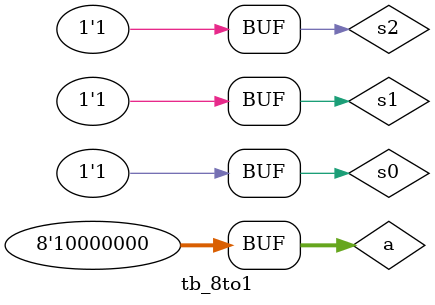
<source format=sv>
`timescale 1ns / 1ps


module tb_8to1();
reg [7:0]a ;
reg s0 , s1 , s2;
wire out ;
mux8to1 test(out , a , s0 , s1 , s2) ;
initial begin 
$monitor("%b %b %b %b%b%b%b%b%b%b%b %b" , s2 , s1 , s0 , a[7] , a[6] , a[5] , a[4] , a[3] , a[2] , a[1] , a[0] , out) ;
a = 00000001 ; s2 = 0 ; s1 = 0 ; s0 = 0 ;#1
a = 00000010 ; s2 = 0 ; s1 = 0 ; s0 = 1 ;#1
a = 00000100 ; s2 = 0 ; s1 = 1 ; s0 = 0 ;#1
a = 00001000 ; s2 = 0 ; s1 = 1 ; s0 = 1 ;#1
a = 00010000 ; s2 = 1 ; s1 = 0 ; s0 = 0 ;#1
a = 00100000 ; s2 = 1 ; s1 = 0 ; s0 = 1 ;#1
a = 01000000 ; s2 = 1 ; s1 = 1 ; s0 = 0 ;#1
a = 10000000 ; s2 = 1 ; s1 = 1 ; s0 = 1 ;
end
endmodule

</source>
